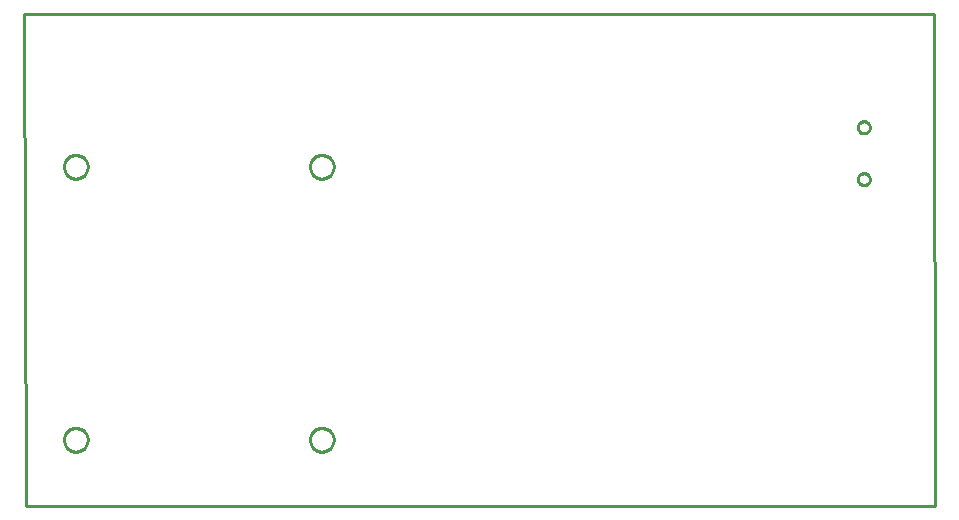
<source format=gbr>
G04 EAGLE Gerber RS-274X export*
G75*
%MOMM*%
%FSLAX34Y34*%
%LPD*%
%IN*%
%IPPOS*%
%AMOC8*
5,1,8,0,0,1.08239X$1,22.5*%
G01*
%ADD10C,0.254000*%


D10*
X-8000Y639000D02*
X-7000Y222000D01*
X763000Y222000D01*
X762000Y639000D01*
X-8000Y639000D01*
X703081Y503700D02*
X703639Y503637D01*
X704186Y503512D01*
X704716Y503327D01*
X705222Y503083D01*
X705698Y502784D01*
X706137Y502434D01*
X706534Y502037D01*
X706884Y501598D01*
X707183Y501122D01*
X707427Y500616D01*
X707612Y500086D01*
X707737Y499539D01*
X707800Y498981D01*
X707800Y498419D01*
X707737Y497861D01*
X707612Y497314D01*
X707427Y496784D01*
X707183Y496278D01*
X706884Y495802D01*
X706534Y495363D01*
X706137Y494966D01*
X705698Y494616D01*
X705222Y494317D01*
X704716Y494073D01*
X704186Y493888D01*
X703639Y493763D01*
X703081Y493700D01*
X702519Y493700D01*
X701961Y493763D01*
X701414Y493888D01*
X700884Y494073D01*
X700378Y494317D01*
X699902Y494616D01*
X699463Y494966D01*
X699066Y495363D01*
X698716Y495802D01*
X698417Y496278D01*
X698173Y496784D01*
X697988Y497314D01*
X697863Y497861D01*
X697800Y498419D01*
X697800Y498981D01*
X697863Y499539D01*
X697988Y500086D01*
X698173Y500616D01*
X698417Y501122D01*
X698716Y501598D01*
X699066Y502037D01*
X699463Y502434D01*
X699902Y502784D01*
X700378Y503083D01*
X700884Y503327D01*
X701414Y503512D01*
X701961Y503637D01*
X702519Y503700D01*
X703081Y503700D01*
X703081Y547700D02*
X703639Y547637D01*
X704186Y547512D01*
X704716Y547327D01*
X705222Y547083D01*
X705698Y546784D01*
X706137Y546434D01*
X706534Y546037D01*
X706884Y545598D01*
X707183Y545122D01*
X707427Y544616D01*
X707612Y544086D01*
X707737Y543539D01*
X707800Y542981D01*
X707800Y542419D01*
X707737Y541861D01*
X707612Y541314D01*
X707427Y540784D01*
X707183Y540278D01*
X706884Y539802D01*
X706534Y539363D01*
X706137Y538966D01*
X705698Y538616D01*
X705222Y538317D01*
X704716Y538073D01*
X704186Y537888D01*
X703639Y537763D01*
X703081Y537700D01*
X702519Y537700D01*
X701961Y537763D01*
X701414Y537888D01*
X700884Y538073D01*
X700378Y538317D01*
X699902Y538616D01*
X699463Y538966D01*
X699066Y539363D01*
X698716Y539802D01*
X698417Y540278D01*
X698173Y540784D01*
X697988Y541314D01*
X697863Y541861D01*
X697800Y542419D01*
X697800Y542981D01*
X697863Y543539D01*
X697988Y544086D01*
X698173Y544616D01*
X698417Y545122D01*
X698716Y545598D01*
X699066Y546037D01*
X699463Y546434D01*
X699902Y546784D01*
X700378Y547083D01*
X700884Y547327D01*
X701414Y547512D01*
X701961Y547637D01*
X702519Y547700D01*
X703081Y547700D01*
X45560Y508833D02*
X45484Y507964D01*
X45332Y507104D01*
X45106Y506260D01*
X44808Y505440D01*
X44439Y504648D01*
X44002Y503892D01*
X43501Y503177D01*
X42940Y502508D01*
X42322Y501890D01*
X41653Y501329D01*
X40938Y500828D01*
X40182Y500391D01*
X39390Y500022D01*
X38570Y499724D01*
X37726Y499498D01*
X36867Y499346D01*
X35997Y499270D01*
X35123Y499270D01*
X34254Y499346D01*
X33394Y499498D01*
X32550Y499724D01*
X31730Y500022D01*
X30938Y500391D01*
X30182Y500828D01*
X29467Y501329D01*
X28798Y501890D01*
X28180Y502508D01*
X27619Y503177D01*
X27118Y503892D01*
X26681Y504648D01*
X26312Y505440D01*
X26014Y506260D01*
X25788Y507104D01*
X25636Y507964D01*
X25560Y508833D01*
X25560Y509707D01*
X25636Y510577D01*
X25788Y511436D01*
X26014Y512280D01*
X26312Y513100D01*
X26681Y513892D01*
X27118Y514648D01*
X27619Y515363D01*
X28180Y516032D01*
X28798Y516650D01*
X29467Y517211D01*
X30182Y517712D01*
X30938Y518149D01*
X31730Y518518D01*
X32550Y518816D01*
X33394Y519042D01*
X34254Y519194D01*
X35123Y519270D01*
X35997Y519270D01*
X36867Y519194D01*
X37726Y519042D01*
X38570Y518816D01*
X39390Y518518D01*
X40182Y518149D01*
X40938Y517712D01*
X41653Y517211D01*
X42322Y516650D01*
X42940Y516032D01*
X43501Y515363D01*
X44002Y514648D01*
X44439Y513892D01*
X44808Y513100D01*
X45106Y512280D01*
X45332Y511436D01*
X45484Y510577D01*
X45560Y509707D01*
X45560Y508833D01*
X253840Y508833D02*
X253764Y507964D01*
X253612Y507104D01*
X253386Y506260D01*
X253088Y505440D01*
X252719Y504648D01*
X252282Y503892D01*
X251781Y503177D01*
X251220Y502508D01*
X250602Y501890D01*
X249933Y501329D01*
X249218Y500828D01*
X248462Y500391D01*
X247670Y500022D01*
X246850Y499724D01*
X246006Y499498D01*
X245147Y499346D01*
X244277Y499270D01*
X243403Y499270D01*
X242534Y499346D01*
X241674Y499498D01*
X240830Y499724D01*
X240010Y500022D01*
X239218Y500391D01*
X238462Y500828D01*
X237747Y501329D01*
X237078Y501890D01*
X236460Y502508D01*
X235899Y503177D01*
X235398Y503892D01*
X234961Y504648D01*
X234592Y505440D01*
X234294Y506260D01*
X234068Y507104D01*
X233916Y507964D01*
X233840Y508833D01*
X233840Y509707D01*
X233916Y510577D01*
X234068Y511436D01*
X234294Y512280D01*
X234592Y513100D01*
X234961Y513892D01*
X235398Y514648D01*
X235899Y515363D01*
X236460Y516032D01*
X237078Y516650D01*
X237747Y517211D01*
X238462Y517712D01*
X239218Y518149D01*
X240010Y518518D01*
X240830Y518816D01*
X241674Y519042D01*
X242534Y519194D01*
X243403Y519270D01*
X244277Y519270D01*
X245147Y519194D01*
X246006Y519042D01*
X246850Y518816D01*
X247670Y518518D01*
X248462Y518149D01*
X249218Y517712D01*
X249933Y517211D01*
X250602Y516650D01*
X251220Y516032D01*
X251781Y515363D01*
X252282Y514648D01*
X252719Y513892D01*
X253088Y513100D01*
X253386Y512280D01*
X253612Y511436D01*
X253764Y510577D01*
X253840Y509707D01*
X253840Y508833D01*
X253840Y277693D02*
X253764Y276824D01*
X253612Y275964D01*
X253386Y275120D01*
X253088Y274300D01*
X252719Y273508D01*
X252282Y272752D01*
X251781Y272037D01*
X251220Y271368D01*
X250602Y270750D01*
X249933Y270189D01*
X249218Y269688D01*
X248462Y269251D01*
X247670Y268882D01*
X246850Y268584D01*
X246006Y268358D01*
X245147Y268206D01*
X244277Y268130D01*
X243403Y268130D01*
X242534Y268206D01*
X241674Y268358D01*
X240830Y268584D01*
X240010Y268882D01*
X239218Y269251D01*
X238462Y269688D01*
X237747Y270189D01*
X237078Y270750D01*
X236460Y271368D01*
X235899Y272037D01*
X235398Y272752D01*
X234961Y273508D01*
X234592Y274300D01*
X234294Y275120D01*
X234068Y275964D01*
X233916Y276824D01*
X233840Y277693D01*
X233840Y278567D01*
X233916Y279437D01*
X234068Y280296D01*
X234294Y281140D01*
X234592Y281960D01*
X234961Y282752D01*
X235398Y283508D01*
X235899Y284223D01*
X236460Y284892D01*
X237078Y285510D01*
X237747Y286071D01*
X238462Y286572D01*
X239218Y287009D01*
X240010Y287378D01*
X240830Y287676D01*
X241674Y287902D01*
X242534Y288054D01*
X243403Y288130D01*
X244277Y288130D01*
X245147Y288054D01*
X246006Y287902D01*
X246850Y287676D01*
X247670Y287378D01*
X248462Y287009D01*
X249218Y286572D01*
X249933Y286071D01*
X250602Y285510D01*
X251220Y284892D01*
X251781Y284223D01*
X252282Y283508D01*
X252719Y282752D01*
X253088Y281960D01*
X253386Y281140D01*
X253612Y280296D01*
X253764Y279437D01*
X253840Y278567D01*
X253840Y277693D01*
X45560Y277693D02*
X45484Y276824D01*
X45332Y275964D01*
X45106Y275120D01*
X44808Y274300D01*
X44439Y273508D01*
X44002Y272752D01*
X43501Y272037D01*
X42940Y271368D01*
X42322Y270750D01*
X41653Y270189D01*
X40938Y269688D01*
X40182Y269251D01*
X39390Y268882D01*
X38570Y268584D01*
X37726Y268358D01*
X36867Y268206D01*
X35997Y268130D01*
X35123Y268130D01*
X34254Y268206D01*
X33394Y268358D01*
X32550Y268584D01*
X31730Y268882D01*
X30938Y269251D01*
X30182Y269688D01*
X29467Y270189D01*
X28798Y270750D01*
X28180Y271368D01*
X27619Y272037D01*
X27118Y272752D01*
X26681Y273508D01*
X26312Y274300D01*
X26014Y275120D01*
X25788Y275964D01*
X25636Y276824D01*
X25560Y277693D01*
X25560Y278567D01*
X25636Y279437D01*
X25788Y280296D01*
X26014Y281140D01*
X26312Y281960D01*
X26681Y282752D01*
X27118Y283508D01*
X27619Y284223D01*
X28180Y284892D01*
X28798Y285510D01*
X29467Y286071D01*
X30182Y286572D01*
X30938Y287009D01*
X31730Y287378D01*
X32550Y287676D01*
X33394Y287902D01*
X34254Y288054D01*
X35123Y288130D01*
X35997Y288130D01*
X36867Y288054D01*
X37726Y287902D01*
X38570Y287676D01*
X39390Y287378D01*
X40182Y287009D01*
X40938Y286572D01*
X41653Y286071D01*
X42322Y285510D01*
X42940Y284892D01*
X43501Y284223D01*
X44002Y283508D01*
X44439Y282752D01*
X44808Y281960D01*
X45106Y281140D01*
X45332Y280296D01*
X45484Y279437D01*
X45560Y278567D01*
X45560Y277693D01*
M02*

</source>
